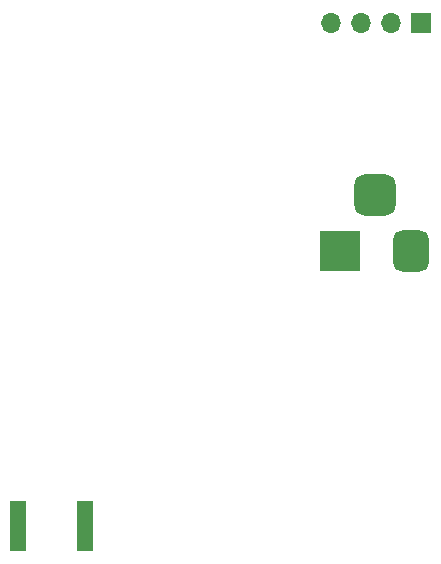
<source format=gbs>
G04 #@! TF.GenerationSoftware,KiCad,Pcbnew,6.0.10*
G04 #@! TF.CreationDate,2023-04-28T22:54:55-05:00*
G04 #@! TF.ProjectId,base,62617365-2e6b-4696-9361-645f70636258,rev?*
G04 #@! TF.SameCoordinates,Original*
G04 #@! TF.FileFunction,Soldermask,Bot*
G04 #@! TF.FilePolarity,Negative*
%FSLAX46Y46*%
G04 Gerber Fmt 4.6, Leading zero omitted, Abs format (unit mm)*
G04 Created by KiCad (PCBNEW 6.0.10) date 2023-04-28 22:54:55*
%MOMM*%
%LPD*%
G01*
G04 APERTURE LIST*
G04 Aperture macros list*
%AMRoundRect*
0 Rectangle with rounded corners*
0 $1 Rounding radius*
0 $2 $3 $4 $5 $6 $7 $8 $9 X,Y pos of 4 corners*
0 Add a 4 corners polygon primitive as box body*
4,1,4,$2,$3,$4,$5,$6,$7,$8,$9,$2,$3,0*
0 Add four circle primitives for the rounded corners*
1,1,$1+$1,$2,$3*
1,1,$1+$1,$4,$5*
1,1,$1+$1,$6,$7*
1,1,$1+$1,$8,$9*
0 Add four rect primitives between the rounded corners*
20,1,$1+$1,$2,$3,$4,$5,0*
20,1,$1+$1,$4,$5,$6,$7,0*
20,1,$1+$1,$6,$7,$8,$9,0*
20,1,$1+$1,$8,$9,$2,$3,0*%
G04 Aperture macros list end*
%ADD10R,1.700000X1.700000*%
%ADD11O,1.700000X1.700000*%
%ADD12R,1.350000X4.200000*%
%ADD13R,3.500000X3.500000*%
%ADD14RoundRect,0.750000X0.750000X1.000000X-0.750000X1.000000X-0.750000X-1.000000X0.750000X-1.000000X0*%
%ADD15RoundRect,0.875000X0.875000X0.875000X-0.875000X0.875000X-0.875000X-0.875000X0.875000X-0.875000X0*%
G04 APERTURE END LIST*
D10*
X170434000Y-91186000D03*
D11*
X167894000Y-91186000D03*
X165354000Y-91186000D03*
X162814000Y-91186000D03*
D12*
X142017000Y-133767500D03*
X136367000Y-133767500D03*
D13*
X163576000Y-110490000D03*
D14*
X169576000Y-110490000D03*
D15*
X166576000Y-105790000D03*
M02*

</source>
